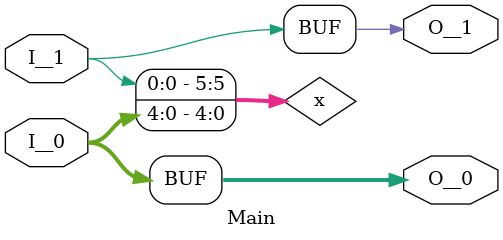
<source format=v>
module Main (input [4:0] I__0, input I__1, output [4:0] O__0, output O__1);
wire [5:0] x;
assign x = {I__1,I__0[4],I__0[3],I__0[2],I__0[1],I__0[0]};
assign O__0 = {x[4],x[3],x[2],x[1],x[0]};
assign O__1 = x[5];
endmodule


</source>
